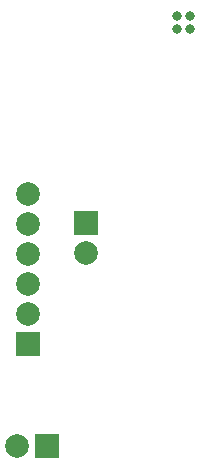
<source format=gbs>
G04 Layer_Color=16711935*
%FSLAX44Y44*%
%MOMM*%
G71*
G01*
G75*
%ADD69C,2.0032*%
%ADD70R,2.0032X2.0032*%
%ADD71R,2.0032X2.0032*%
%ADD72C,0.8032*%
D69*
X28600Y106000D02*
D03*
X87000Y269300D02*
D03*
X38000Y217900D02*
D03*
Y243300D02*
D03*
Y268700D02*
D03*
Y294100D02*
D03*
Y319500D02*
D03*
D70*
X54000Y106000D02*
D03*
D71*
X87000Y294700D02*
D03*
X38000Y192500D02*
D03*
D72*
X164500Y459000D02*
D03*
Y470000D02*
D03*
X175500Y459000D02*
D03*
Y470000D02*
D03*
M02*

</source>
